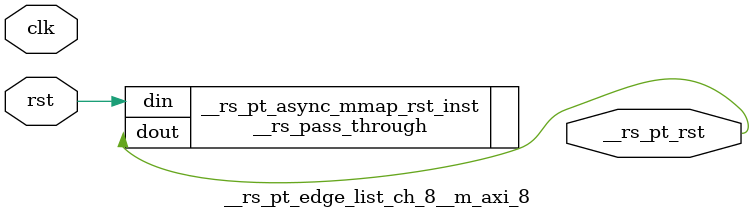
<source format=v>
`timescale 1 ns / 1 ps
/**   Generated by RapidStream   **/
module __rs_pt_edge_list_ch_8__m_axi_8 #(
    parameter BufferSize         = 32,
    parameter BufferSizeLog      = 5,
    parameter AddrWidth          = 64,
    parameter AxiSideAddrWidth   = 64,
    parameter DataWidth          = 512,
    parameter DataWidthBytesLog  = 6,
    parameter WaitTimeWidth      = 4,
    parameter BurstLenWidth      = 8,
    parameter EnableReadChannel  = 1,
    parameter EnableWriteChannel = 1,
    parameter MaxWaitTime        = 3,
    parameter MaxBurstLen        = 15
) (
    output wire __rs_pt_rst,
    input wire  clk,
    input wire  rst
);




__rs_pass_through #(
    .WIDTH (1)
) __rs_pt_async_mmap_rst_inst /**   Generated by RapidStream   **/ (
    .din  (rst),
    .dout (__rs_pt_rst)
);

endmodule  // __rs_pt_edge_list_ch_8__m_axi_8
</source>
